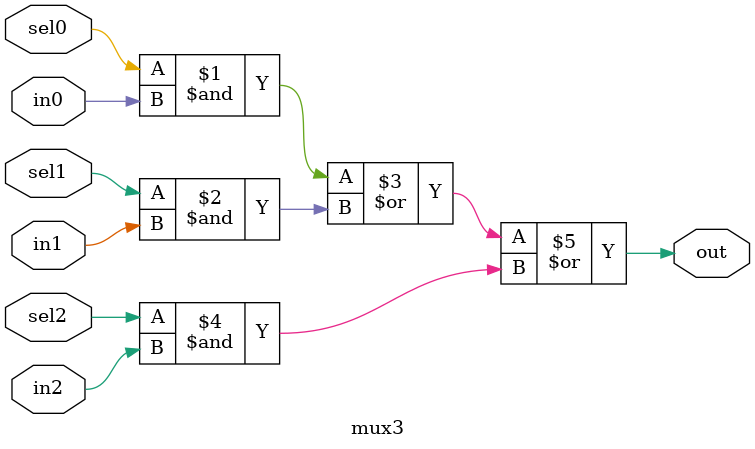
<source format=v>

module mux3
    (
    sel0,
    in0,
    //-------------------
    sel1,
    in1,
    //-------------------
    sel2,
    in2,
    //-------------------
    out
    );

//------------------------------------------------------------------------------
//Parameters
parameter DW = 1'b1;
//------------------------------------------------------------------------------
// Port declarations
input               sel0;
input [DW-1:0]	    in0;
//
input               sel1;
input [DW-1:0]	    in1;
//
input               sel2;
input [DW-1:0]	    in2;
//
output [DW-1:0]	    out;
//------------------------------------------------------------------------------
//internal signal

//------------------------------------------------------------------------------
//Logic
assign out = ({DW{sel0}} & in0) |
             ({DW{sel1}} & in1) |
             ({DW{sel2}} & in2);

endmodule 


</source>
